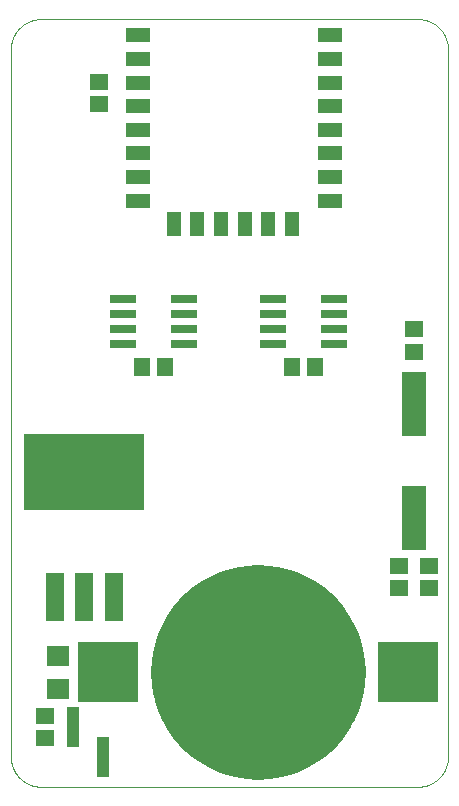
<source format=gts>
G75*
%MOIN*%
%OFA0B0*%
%FSLAX25Y25*%
%IPPOS*%
%LPD*%
%AMOC8*
5,1,8,0,0,1.08239X$1,22.5*
%
%ADD10C,0.00000*%
%ADD11R,0.06306X0.05518*%
%ADD12R,0.08274X0.05124*%
%ADD13R,0.05124X0.08274*%
%ADD14R,0.09061X0.02762*%
%ADD15R,0.06306X0.16148*%
%ADD16R,0.40400X0.25400*%
%ADD17R,0.08000X0.21400*%
%ADD18R,0.05518X0.06306*%
%ADD19R,0.07487X0.06699*%
%ADD20C,0.40400*%
%ADD21R,0.20400X0.20400*%
%ADD22C,0.00500*%
%ADD23R,0.04400X0.13400*%
D10*
X0003211Y0011500D02*
X0003211Y0247406D01*
X0003214Y0247648D01*
X0003223Y0247889D01*
X0003237Y0248130D01*
X0003258Y0248371D01*
X0003284Y0248611D01*
X0003316Y0248851D01*
X0003354Y0249090D01*
X0003397Y0249327D01*
X0003447Y0249564D01*
X0003502Y0249799D01*
X0003562Y0250033D01*
X0003629Y0250265D01*
X0003700Y0250496D01*
X0003778Y0250725D01*
X0003861Y0250952D01*
X0003949Y0251177D01*
X0004043Y0251400D01*
X0004142Y0251620D01*
X0004247Y0251838D01*
X0004356Y0252053D01*
X0004471Y0252266D01*
X0004591Y0252476D01*
X0004716Y0252682D01*
X0004846Y0252886D01*
X0004981Y0253087D01*
X0005121Y0253284D01*
X0005265Y0253478D01*
X0005414Y0253668D01*
X0005568Y0253854D01*
X0005726Y0254037D01*
X0005888Y0254216D01*
X0006055Y0254391D01*
X0006226Y0254562D01*
X0006401Y0254729D01*
X0006580Y0254891D01*
X0006763Y0255049D01*
X0006949Y0255203D01*
X0007139Y0255352D01*
X0007333Y0255496D01*
X0007530Y0255636D01*
X0007731Y0255771D01*
X0007935Y0255901D01*
X0008141Y0256026D01*
X0008351Y0256146D01*
X0008564Y0256261D01*
X0008779Y0256370D01*
X0008997Y0256475D01*
X0009217Y0256574D01*
X0009440Y0256668D01*
X0009665Y0256756D01*
X0009892Y0256839D01*
X0010121Y0256917D01*
X0010352Y0256988D01*
X0010584Y0257055D01*
X0010818Y0257115D01*
X0011053Y0257170D01*
X0011290Y0257220D01*
X0011527Y0257263D01*
X0011766Y0257301D01*
X0012006Y0257333D01*
X0012246Y0257359D01*
X0012487Y0257380D01*
X0012728Y0257394D01*
X0012969Y0257403D01*
X0013211Y0257406D01*
X0138880Y0257406D01*
X0139122Y0257403D01*
X0139363Y0257394D01*
X0139604Y0257380D01*
X0139845Y0257359D01*
X0140085Y0257333D01*
X0140325Y0257301D01*
X0140564Y0257263D01*
X0140801Y0257220D01*
X0141038Y0257170D01*
X0141273Y0257115D01*
X0141507Y0257055D01*
X0141739Y0256988D01*
X0141970Y0256917D01*
X0142199Y0256839D01*
X0142426Y0256756D01*
X0142651Y0256668D01*
X0142874Y0256574D01*
X0143094Y0256475D01*
X0143312Y0256370D01*
X0143527Y0256261D01*
X0143740Y0256146D01*
X0143950Y0256026D01*
X0144156Y0255901D01*
X0144360Y0255771D01*
X0144561Y0255636D01*
X0144758Y0255496D01*
X0144952Y0255352D01*
X0145142Y0255203D01*
X0145328Y0255049D01*
X0145511Y0254891D01*
X0145690Y0254729D01*
X0145865Y0254562D01*
X0146036Y0254391D01*
X0146203Y0254216D01*
X0146365Y0254037D01*
X0146523Y0253854D01*
X0146677Y0253668D01*
X0146826Y0253478D01*
X0146970Y0253284D01*
X0147110Y0253087D01*
X0147245Y0252886D01*
X0147375Y0252682D01*
X0147500Y0252476D01*
X0147620Y0252266D01*
X0147735Y0252053D01*
X0147844Y0251838D01*
X0147949Y0251620D01*
X0148048Y0251400D01*
X0148142Y0251177D01*
X0148230Y0250952D01*
X0148313Y0250725D01*
X0148391Y0250496D01*
X0148462Y0250265D01*
X0148529Y0250033D01*
X0148589Y0249799D01*
X0148644Y0249564D01*
X0148694Y0249327D01*
X0148737Y0249090D01*
X0148775Y0248851D01*
X0148807Y0248611D01*
X0148833Y0248371D01*
X0148854Y0248130D01*
X0148868Y0247889D01*
X0148877Y0247648D01*
X0148880Y0247406D01*
X0148880Y0011500D01*
X0148877Y0011258D01*
X0148868Y0011017D01*
X0148854Y0010776D01*
X0148833Y0010535D01*
X0148807Y0010295D01*
X0148775Y0010055D01*
X0148737Y0009816D01*
X0148694Y0009579D01*
X0148644Y0009342D01*
X0148589Y0009107D01*
X0148529Y0008873D01*
X0148462Y0008641D01*
X0148391Y0008410D01*
X0148313Y0008181D01*
X0148230Y0007954D01*
X0148142Y0007729D01*
X0148048Y0007506D01*
X0147949Y0007286D01*
X0147844Y0007068D01*
X0147735Y0006853D01*
X0147620Y0006640D01*
X0147500Y0006430D01*
X0147375Y0006224D01*
X0147245Y0006020D01*
X0147110Y0005819D01*
X0146970Y0005622D01*
X0146826Y0005428D01*
X0146677Y0005238D01*
X0146523Y0005052D01*
X0146365Y0004869D01*
X0146203Y0004690D01*
X0146036Y0004515D01*
X0145865Y0004344D01*
X0145690Y0004177D01*
X0145511Y0004015D01*
X0145328Y0003857D01*
X0145142Y0003703D01*
X0144952Y0003554D01*
X0144758Y0003410D01*
X0144561Y0003270D01*
X0144360Y0003135D01*
X0144156Y0003005D01*
X0143950Y0002880D01*
X0143740Y0002760D01*
X0143527Y0002645D01*
X0143312Y0002536D01*
X0143094Y0002431D01*
X0142874Y0002332D01*
X0142651Y0002238D01*
X0142426Y0002150D01*
X0142199Y0002067D01*
X0141970Y0001989D01*
X0141739Y0001918D01*
X0141507Y0001851D01*
X0141273Y0001791D01*
X0141038Y0001736D01*
X0140801Y0001686D01*
X0140564Y0001643D01*
X0140325Y0001605D01*
X0140085Y0001573D01*
X0139845Y0001547D01*
X0139604Y0001526D01*
X0139363Y0001512D01*
X0139122Y0001503D01*
X0138880Y0001500D01*
X0013211Y0001500D01*
X0012969Y0001503D01*
X0012728Y0001512D01*
X0012487Y0001526D01*
X0012246Y0001547D01*
X0012006Y0001573D01*
X0011766Y0001605D01*
X0011527Y0001643D01*
X0011290Y0001686D01*
X0011053Y0001736D01*
X0010818Y0001791D01*
X0010584Y0001851D01*
X0010352Y0001918D01*
X0010121Y0001989D01*
X0009892Y0002067D01*
X0009665Y0002150D01*
X0009440Y0002238D01*
X0009217Y0002332D01*
X0008997Y0002431D01*
X0008779Y0002536D01*
X0008564Y0002645D01*
X0008351Y0002760D01*
X0008141Y0002880D01*
X0007935Y0003005D01*
X0007731Y0003135D01*
X0007530Y0003270D01*
X0007333Y0003410D01*
X0007139Y0003554D01*
X0006949Y0003703D01*
X0006763Y0003857D01*
X0006580Y0004015D01*
X0006401Y0004177D01*
X0006226Y0004344D01*
X0006055Y0004515D01*
X0005888Y0004690D01*
X0005726Y0004869D01*
X0005568Y0005052D01*
X0005414Y0005238D01*
X0005265Y0005428D01*
X0005121Y0005622D01*
X0004981Y0005819D01*
X0004846Y0006020D01*
X0004716Y0006224D01*
X0004591Y0006430D01*
X0004471Y0006640D01*
X0004356Y0006853D01*
X0004247Y0007068D01*
X0004142Y0007286D01*
X0004043Y0007506D01*
X0003949Y0007729D01*
X0003861Y0007954D01*
X0003778Y0008181D01*
X0003700Y0008410D01*
X0003629Y0008641D01*
X0003562Y0008873D01*
X0003502Y0009107D01*
X0003447Y0009342D01*
X0003397Y0009579D01*
X0003354Y0009816D01*
X0003316Y0010055D01*
X0003284Y0010295D01*
X0003258Y0010535D01*
X0003237Y0010776D01*
X0003223Y0011017D01*
X0003214Y0011258D01*
X0003211Y0011500D01*
D11*
X0014461Y0017760D03*
X0014461Y0025240D03*
X0032586Y0229010D03*
X0032586Y0236490D03*
X0132586Y0075240D03*
X0132586Y0067760D03*
X0142586Y0067760D03*
X0142586Y0075240D03*
X0137586Y0146510D03*
X0137586Y0153990D03*
D12*
X0109491Y0196874D03*
X0109491Y0204748D03*
X0109491Y0212622D03*
X0109491Y0220496D03*
X0109491Y0228370D03*
X0109491Y0236244D03*
X0109491Y0244118D03*
X0109491Y0251992D03*
X0045711Y0251992D03*
X0045711Y0244118D03*
X0045711Y0236244D03*
X0045711Y0228370D03*
X0045711Y0220496D03*
X0045711Y0212622D03*
X0045711Y0204748D03*
X0045711Y0196874D03*
D13*
X0057522Y0189000D03*
X0065396Y0189000D03*
X0073270Y0189000D03*
X0081144Y0189000D03*
X0089018Y0189000D03*
X0096892Y0189000D03*
D14*
X0090475Y0164000D03*
X0090475Y0159000D03*
X0090475Y0154000D03*
X0090475Y0149000D03*
X0110947Y0149000D03*
X0110947Y0154000D03*
X0110947Y0159000D03*
X0110947Y0164000D03*
X0060947Y0164000D03*
X0060947Y0159000D03*
X0060947Y0154000D03*
X0060947Y0149000D03*
X0040475Y0149000D03*
X0040475Y0154000D03*
X0040475Y0159000D03*
X0040475Y0164000D03*
D15*
X0037429Y0064925D03*
X0027586Y0064925D03*
X0017744Y0064925D03*
D16*
X0027586Y0106500D03*
D17*
X0137586Y0091250D03*
X0137586Y0129250D03*
D18*
X0104451Y0141500D03*
X0096971Y0141500D03*
X0054451Y0141500D03*
X0046971Y0141500D03*
D19*
X0018836Y0045137D03*
X0018836Y0034113D03*
D20*
X0085711Y0039625D03*
D21*
X0035711Y0039625D03*
X0135711Y0039625D03*
D22*
X0121144Y0039625D02*
X0120921Y0043592D01*
X0120256Y0047510D01*
X0119156Y0051328D01*
X0117635Y0054999D01*
X0115713Y0058477D01*
X0113414Y0061717D01*
X0110766Y0064680D01*
X0107803Y0067328D01*
X0104563Y0069627D01*
X0101085Y0071549D01*
X0097414Y0073070D01*
X0093596Y0074170D01*
X0089678Y0074835D01*
X0085711Y0075058D01*
X0081744Y0074835D01*
X0077827Y0074170D01*
X0074008Y0073070D01*
X0070337Y0071549D01*
X0066860Y0069627D01*
X0063619Y0067328D01*
X0060656Y0064680D01*
X0058008Y0061717D01*
X0055709Y0058477D01*
X0053787Y0054999D01*
X0052266Y0051328D01*
X0051166Y0047510D01*
X0050501Y0043592D01*
X0050278Y0039625D01*
X0050501Y0035658D01*
X0051166Y0031740D01*
X0052266Y0027922D01*
X0053787Y0024251D01*
X0055709Y0020773D01*
X0058008Y0017533D01*
X0060656Y0014570D01*
X0063619Y0011922D01*
X0066860Y0009623D01*
X0070337Y0007701D01*
X0074008Y0006180D01*
X0077827Y0005080D01*
X0081744Y0004415D01*
X0085711Y0004192D01*
X0089678Y0004415D01*
X0093596Y0005080D01*
X0097414Y0006180D01*
X0101085Y0007701D01*
X0104563Y0009623D01*
X0107803Y0011922D01*
X0110766Y0014570D01*
X0113414Y0017533D01*
X0115713Y0020773D01*
X0117635Y0024251D01*
X0119156Y0027922D01*
X0120256Y0031740D01*
X0120921Y0035658D01*
X0121144Y0039625D01*
X0121131Y0039387D02*
X0050291Y0039387D01*
X0050293Y0039885D02*
X0121130Y0039885D01*
X0121102Y0040384D02*
X0050321Y0040384D01*
X0050349Y0040882D02*
X0121074Y0040882D01*
X0121046Y0041381D02*
X0050377Y0041381D01*
X0050405Y0041879D02*
X0121018Y0041879D01*
X0120990Y0042378D02*
X0050433Y0042378D01*
X0050461Y0042876D02*
X0120962Y0042876D01*
X0120934Y0043375D02*
X0050489Y0043375D01*
X0050549Y0043873D02*
X0120874Y0043873D01*
X0120789Y0044372D02*
X0050633Y0044372D01*
X0050718Y0044870D02*
X0120704Y0044870D01*
X0120620Y0045369D02*
X0050803Y0045369D01*
X0050887Y0045868D02*
X0120535Y0045868D01*
X0120450Y0046366D02*
X0050972Y0046366D01*
X0051057Y0046865D02*
X0120365Y0046865D01*
X0120281Y0047363D02*
X0051142Y0047363D01*
X0051268Y0047862D02*
X0120154Y0047862D01*
X0120011Y0048360D02*
X0051411Y0048360D01*
X0051555Y0048859D02*
X0119867Y0048859D01*
X0119724Y0049357D02*
X0051699Y0049357D01*
X0051842Y0049856D02*
X0119580Y0049856D01*
X0119436Y0050354D02*
X0051986Y0050354D01*
X0052130Y0050853D02*
X0119293Y0050853D01*
X0119146Y0051351D02*
X0052276Y0051351D01*
X0052483Y0051850D02*
X0118940Y0051850D01*
X0118733Y0052348D02*
X0052689Y0052348D01*
X0052896Y0052847D02*
X0118527Y0052847D01*
X0118320Y0053345D02*
X0053102Y0053345D01*
X0053309Y0053844D02*
X0118114Y0053844D01*
X0117907Y0054342D02*
X0053515Y0054342D01*
X0053722Y0054841D02*
X0117701Y0054841D01*
X0117447Y0055339D02*
X0053975Y0055339D01*
X0054251Y0055838D02*
X0117172Y0055838D01*
X0116896Y0056336D02*
X0054526Y0056336D01*
X0054802Y0056835D02*
X0116621Y0056835D01*
X0116345Y0057333D02*
X0055077Y0057333D01*
X0055353Y0057832D02*
X0116070Y0057832D01*
X0115794Y0058330D02*
X0055628Y0058330D01*
X0055959Y0058829D02*
X0115463Y0058829D01*
X0115110Y0059327D02*
X0056313Y0059327D01*
X0056666Y0059826D02*
X0114756Y0059826D01*
X0114402Y0060324D02*
X0057020Y0060324D01*
X0057374Y0060823D02*
X0114048Y0060823D01*
X0113695Y0061321D02*
X0057728Y0061321D01*
X0058100Y0061820D02*
X0113322Y0061820D01*
X0112877Y0062318D02*
X0058546Y0062318D01*
X0058991Y0062817D02*
X0112431Y0062817D01*
X0111986Y0063315D02*
X0059437Y0063315D01*
X0059882Y0063814D02*
X0111540Y0063814D01*
X0111095Y0064312D02*
X0060328Y0064312D01*
X0060803Y0064811D02*
X0110620Y0064811D01*
X0110062Y0065309D02*
X0061361Y0065309D01*
X0061918Y0065808D02*
X0109504Y0065808D01*
X0108946Y0066306D02*
X0062476Y0066306D01*
X0063034Y0066805D02*
X0108388Y0066805D01*
X0107830Y0067303D02*
X0063592Y0067303D01*
X0064287Y0067802D02*
X0107135Y0067802D01*
X0106432Y0068301D02*
X0064990Y0068301D01*
X0065693Y0068799D02*
X0105730Y0068799D01*
X0105027Y0069298D02*
X0066395Y0069298D01*
X0067165Y0069796D02*
X0104257Y0069796D01*
X0103355Y0070295D02*
X0068067Y0070295D01*
X0068969Y0070793D02*
X0102453Y0070793D01*
X0101551Y0071292D02*
X0069871Y0071292D01*
X0070919Y0071790D02*
X0100503Y0071790D01*
X0099300Y0072289D02*
X0072123Y0072289D01*
X0073326Y0072787D02*
X0098096Y0072787D01*
X0096664Y0073286D02*
X0074758Y0073286D01*
X0076488Y0073784D02*
X0094934Y0073784D01*
X0092931Y0074283D02*
X0078491Y0074283D01*
X0081425Y0074781D02*
X0089997Y0074781D01*
X0117710Y0024432D02*
X0053712Y0024432D01*
X0053506Y0024930D02*
X0117916Y0024930D01*
X0118123Y0025429D02*
X0053299Y0025429D01*
X0053093Y0025927D02*
X0118329Y0025927D01*
X0118536Y0026426D02*
X0052886Y0026426D01*
X0052680Y0026924D02*
X0118742Y0026924D01*
X0118949Y0027423D02*
X0052473Y0027423D01*
X0052267Y0027921D02*
X0119155Y0027921D01*
X0119299Y0028420D02*
X0052123Y0028420D01*
X0051980Y0028918D02*
X0119443Y0028918D01*
X0119586Y0029417D02*
X0051836Y0029417D01*
X0051692Y0029915D02*
X0119730Y0029915D01*
X0119874Y0030414D02*
X0051549Y0030414D01*
X0051405Y0030912D02*
X0120017Y0030912D01*
X0120161Y0031411D02*
X0051261Y0031411D01*
X0051138Y0031909D02*
X0120284Y0031909D01*
X0120369Y0032408D02*
X0051053Y0032408D01*
X0050968Y0032906D02*
X0120454Y0032906D01*
X0120539Y0033405D02*
X0050884Y0033405D01*
X0050799Y0033903D02*
X0120623Y0033903D01*
X0120708Y0034402D02*
X0050714Y0034402D01*
X0050630Y0034900D02*
X0120793Y0034900D01*
X0120877Y0035399D02*
X0050545Y0035399D01*
X0050487Y0035897D02*
X0120935Y0035897D01*
X0120963Y0036396D02*
X0050459Y0036396D01*
X0050431Y0036894D02*
X0120991Y0036894D01*
X0121019Y0037393D02*
X0050403Y0037393D01*
X0050375Y0037891D02*
X0121047Y0037891D01*
X0121075Y0038390D02*
X0050347Y0038390D01*
X0050319Y0038888D02*
X0121103Y0038888D01*
X0117459Y0023933D02*
X0053963Y0023933D01*
X0054238Y0023434D02*
X0117184Y0023434D01*
X0116908Y0022936D02*
X0054514Y0022936D01*
X0054789Y0022437D02*
X0116633Y0022437D01*
X0116357Y0021939D02*
X0055065Y0021939D01*
X0055340Y0021440D02*
X0116082Y0021440D01*
X0115806Y0020942D02*
X0055616Y0020942D01*
X0055943Y0020443D02*
X0115479Y0020443D01*
X0115125Y0019945D02*
X0056297Y0019945D01*
X0056651Y0019446D02*
X0114772Y0019446D01*
X0114418Y0018948D02*
X0057004Y0018948D01*
X0057358Y0018449D02*
X0114064Y0018449D01*
X0113710Y0017951D02*
X0057712Y0017951D01*
X0058080Y0017452D02*
X0113342Y0017452D01*
X0112896Y0016954D02*
X0058526Y0016954D01*
X0058971Y0016455D02*
X0112451Y0016455D01*
X0112005Y0015957D02*
X0059417Y0015957D01*
X0059862Y0015458D02*
X0111560Y0015458D01*
X0111114Y0014960D02*
X0060308Y0014960D01*
X0060778Y0014461D02*
X0110644Y0014461D01*
X0110087Y0013963D02*
X0061336Y0013963D01*
X0061894Y0013464D02*
X0109529Y0013464D01*
X0108971Y0012966D02*
X0062451Y0012966D01*
X0063009Y0012467D02*
X0108413Y0012467D01*
X0107855Y0011969D02*
X0063567Y0011969D01*
X0064256Y0011470D02*
X0107166Y0011470D01*
X0106464Y0010972D02*
X0064959Y0010972D01*
X0065661Y0010473D02*
X0105761Y0010473D01*
X0105058Y0009975D02*
X0066364Y0009975D01*
X0067125Y0009476D02*
X0104297Y0009476D01*
X0103395Y0008978D02*
X0068027Y0008978D01*
X0068929Y0008479D02*
X0102493Y0008479D01*
X0101591Y0007981D02*
X0069831Y0007981D01*
X0070865Y0007482D02*
X0100557Y0007482D01*
X0099353Y0006984D02*
X0072069Y0006984D01*
X0073272Y0006485D02*
X0098150Y0006485D01*
X0096742Y0005987D02*
X0074681Y0005987D01*
X0076411Y0005488D02*
X0095011Y0005488D01*
X0093062Y0004990D02*
X0078361Y0004990D01*
X0081295Y0004491D02*
X0090128Y0004491D01*
D23*
X0033836Y0011500D03*
X0023836Y0021500D03*
M02*

</source>
